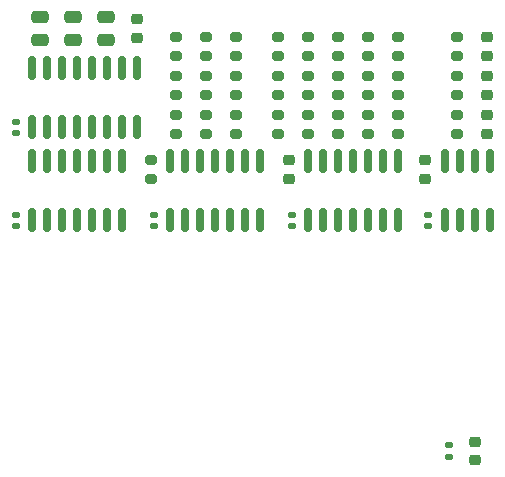
<source format=gbr>
%TF.GenerationSoftware,KiCad,Pcbnew,9.0.0*%
%TF.CreationDate,2025-03-27T21:27:03+00:00*%
%TF.ProjectId,MiniEconetModule,4d696e69-4563-46f6-9e65-744d6f64756c,02b*%
%TF.SameCoordinates,Original*%
%TF.FileFunction,Paste,Top*%
%TF.FilePolarity,Positive*%
%FSLAX46Y46*%
G04 Gerber Fmt 4.6, Leading zero omitted, Abs format (unit mm)*
G04 Created by KiCad (PCBNEW 9.0.0) date 2025-03-27 21:27:03*
%MOMM*%
%LPD*%
G01*
G04 APERTURE LIST*
G04 Aperture macros list*
%AMRoundRect*
0 Rectangle with rounded corners*
0 $1 Rounding radius*
0 $2 $3 $4 $5 $6 $7 $8 $9 X,Y pos of 4 corners*
0 Add a 4 corners polygon primitive as box body*
4,1,4,$2,$3,$4,$5,$6,$7,$8,$9,$2,$3,0*
0 Add four circle primitives for the rounded corners*
1,1,$1+$1,$2,$3*
1,1,$1+$1,$4,$5*
1,1,$1+$1,$6,$7*
1,1,$1+$1,$8,$9*
0 Add four rect primitives between the rounded corners*
20,1,$1+$1,$2,$3,$4,$5,0*
20,1,$1+$1,$4,$5,$6,$7,0*
20,1,$1+$1,$6,$7,$8,$9,0*
20,1,$1+$1,$8,$9,$2,$3,0*%
G04 Aperture macros list end*
%ADD10RoundRect,0.200000X-0.275000X0.200000X-0.275000X-0.200000X0.275000X-0.200000X0.275000X0.200000X0*%
%ADD11RoundRect,0.200000X0.275000X-0.200000X0.275000X0.200000X-0.275000X0.200000X-0.275000X-0.200000X0*%
%ADD12RoundRect,0.140000X-0.170000X0.140000X-0.170000X-0.140000X0.170000X-0.140000X0.170000X0.140000X0*%
%ADD13RoundRect,0.150000X0.150000X-0.825000X0.150000X0.825000X-0.150000X0.825000X-0.150000X-0.825000X0*%
%ADD14RoundRect,0.225000X-0.250000X0.225000X-0.250000X-0.225000X0.250000X-0.225000X0.250000X0.225000X0*%
%ADD15RoundRect,0.250000X0.475000X-0.250000X0.475000X0.250000X-0.475000X0.250000X-0.475000X-0.250000X0*%
%ADD16RoundRect,0.250000X-0.475000X0.250000X-0.475000X-0.250000X0.475000X-0.250000X0.475000X0.250000X0*%
%ADD17RoundRect,0.225000X0.250000X-0.225000X0.250000X0.225000X-0.250000X0.225000X-0.250000X-0.225000X0*%
%ADD18RoundRect,0.218750X-0.256250X0.218750X-0.256250X-0.218750X0.256250X-0.218750X0.256250X0.218750X0*%
%ADD19RoundRect,0.140000X0.170000X-0.140000X0.170000X0.140000X-0.170000X0.140000X-0.170000X-0.140000X0*%
G04 APERTURE END LIST*
D10*
X136719000Y-63912000D03*
X136719000Y-65562000D03*
X131639000Y-67214000D03*
X131639000Y-68864000D03*
D11*
X128083000Y-68864000D03*
X128083000Y-67214000D03*
X131639000Y-72166000D03*
X131639000Y-70516000D03*
D10*
X131639000Y-63912000D03*
X131639000Y-65562000D03*
X134179000Y-63912000D03*
X134179000Y-65562000D03*
X139259000Y-63912000D03*
X139259000Y-65562000D03*
X141799000Y-63912000D03*
X141799000Y-65562000D03*
D11*
X139259000Y-68864000D03*
X139259000Y-67214000D03*
X136719000Y-68864000D03*
X136719000Y-67214000D03*
D12*
X109414000Y-78989000D03*
X109414000Y-79949000D03*
X121098000Y-78989000D03*
X121098000Y-79949000D03*
D11*
X134179000Y-72166000D03*
X134179000Y-70516000D03*
X134179000Y-68864000D03*
X134179000Y-67214000D03*
D13*
X122495000Y-79404000D03*
X123765000Y-79404000D03*
X125035000Y-79404000D03*
X126305000Y-79404000D03*
X127575000Y-79404000D03*
X128845000Y-79404000D03*
X130115000Y-79404000D03*
X130115000Y-74454000D03*
X128845000Y-74454000D03*
X127575000Y-74454000D03*
X126305000Y-74454000D03*
X125035000Y-74454000D03*
X123765000Y-74454000D03*
X122495000Y-74454000D03*
D12*
X109414000Y-71115000D03*
X109414000Y-72075000D03*
D10*
X125543000Y-70516000D03*
X125543000Y-72166000D03*
X123003000Y-70516000D03*
X123003000Y-72166000D03*
D13*
X134179000Y-79404000D03*
X135449000Y-79404000D03*
X136719000Y-79404000D03*
X137989000Y-79404000D03*
X139259000Y-79404000D03*
X140529000Y-79404000D03*
X141799000Y-79404000D03*
X141799000Y-74454000D03*
X140529000Y-74454000D03*
X139259000Y-74454000D03*
X137989000Y-74454000D03*
X136719000Y-74454000D03*
X135449000Y-74454000D03*
X134179000Y-74454000D03*
D10*
X136719000Y-70516000D03*
X136719000Y-72166000D03*
D14*
X144085000Y-74376000D03*
X144085000Y-75926000D03*
D11*
X139259000Y-72166000D03*
X139259000Y-70516000D03*
D12*
X146133000Y-98519000D03*
X146133000Y-99479000D03*
D11*
X120844000Y-75976000D03*
X120844000Y-74326000D03*
X128083000Y-65562000D03*
X128083000Y-63912000D03*
D13*
X110811000Y-71530000D03*
X112081000Y-71530000D03*
X113351000Y-71530000D03*
X114621000Y-71530000D03*
X115891000Y-71530000D03*
X117161000Y-71530000D03*
X118431000Y-71530000D03*
X119701000Y-71530000D03*
X119701000Y-66580000D03*
X118431000Y-66580000D03*
X117161000Y-66580000D03*
X115891000Y-66580000D03*
X114621000Y-66580000D03*
X113351000Y-66580000D03*
X112081000Y-66580000D03*
X110811000Y-66580000D03*
D10*
X128083000Y-70516000D03*
X128083000Y-72166000D03*
D11*
X125543000Y-68864000D03*
X125543000Y-67214000D03*
D15*
X111446000Y-64163000D03*
X111446000Y-62263000D03*
D16*
X117034000Y-62263000D03*
X117034000Y-64163000D03*
D11*
X123003000Y-68864000D03*
X123003000Y-67214000D03*
X125543000Y-65562000D03*
X125543000Y-63912000D03*
D14*
X132528000Y-74376000D03*
X132528000Y-75926000D03*
D10*
X141799000Y-70516000D03*
X141799000Y-72166000D03*
D12*
X132782000Y-78989000D03*
X132782000Y-79949000D03*
D11*
X141799000Y-68864000D03*
X141799000Y-67214000D03*
D15*
X114240000Y-64163000D03*
X114240000Y-62263000D03*
D10*
X146752000Y-70516000D03*
X146752000Y-72166000D03*
X123003000Y-63912000D03*
X123003000Y-65562000D03*
X146752000Y-63912000D03*
X146752000Y-65562000D03*
D11*
X146752000Y-68864000D03*
X146752000Y-67214000D03*
D17*
X148302000Y-99774000D03*
X148302000Y-98224000D03*
D18*
X149292000Y-67251500D03*
X149292000Y-68826500D03*
X149292000Y-63949500D03*
X149292000Y-65524500D03*
D13*
X110811000Y-79404000D03*
X112081000Y-79404000D03*
X113351000Y-79404000D03*
X114621000Y-79404000D03*
X115891000Y-79404000D03*
X117161000Y-79404000D03*
X118431000Y-79404000D03*
X118431000Y-74454000D03*
X117161000Y-74454000D03*
X115891000Y-74454000D03*
X114621000Y-74454000D03*
X113351000Y-74454000D03*
X112081000Y-74454000D03*
X110811000Y-74454000D03*
D18*
X119701000Y-62425500D03*
X119701000Y-64000500D03*
X149292000Y-70553500D03*
X149292000Y-72128500D03*
D13*
X145736000Y-79404000D03*
X147006000Y-79404000D03*
X148276000Y-79404000D03*
X149546000Y-79404000D03*
X149546000Y-74454000D03*
X148276000Y-74454000D03*
X147006000Y-74454000D03*
X145736000Y-74454000D03*
D19*
X144339000Y-79949000D03*
X144339000Y-78989000D03*
M02*

</source>
